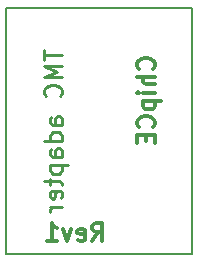
<source format=gbo>
G04 #@! TF.GenerationSoftware,KiCad,Pcbnew,5.0.2+dfsg1-1*
G04 #@! TF.CreationDate,2021-08-07T23:43:54+09:00*
G04 #@! TF.ProjectId,tmc-hv-adapter,746d632d-6876-42d6-9164-61707465722e,rev?*
G04 #@! TF.SameCoordinates,Original*
G04 #@! TF.FileFunction,Legend,Bot*
G04 #@! TF.FilePolarity,Positive*
%FSLAX46Y46*%
G04 Gerber Fmt 4.6, Leading zero omitted, Abs format (unit mm)*
G04 Created by KiCad (PCBNEW 5.0.2+dfsg1-1) date Sat 07 Aug 2021 11:43:54 PM JST*
%MOMM*%
%LPD*%
G01*
G04 APERTURE LIST*
%ADD10C,0.300000*%
%ADD11C,0.250000*%
%ADD12C,0.200000*%
G04 APERTURE END LIST*
D10*
X158015714Y-72251428D02*
X158087142Y-72180000D01*
X158158571Y-71965714D01*
X158158571Y-71822857D01*
X158087142Y-71608571D01*
X157944285Y-71465714D01*
X157801428Y-71394285D01*
X157515714Y-71322857D01*
X157301428Y-71322857D01*
X157015714Y-71394285D01*
X156872857Y-71465714D01*
X156730000Y-71608571D01*
X156658571Y-71822857D01*
X156658571Y-71965714D01*
X156730000Y-72180000D01*
X156801428Y-72251428D01*
X158158571Y-72894285D02*
X156658571Y-72894285D01*
X158158571Y-73537142D02*
X157372857Y-73537142D01*
X157230000Y-73465714D01*
X157158571Y-73322857D01*
X157158571Y-73108571D01*
X157230000Y-72965714D01*
X157301428Y-72894285D01*
X158158571Y-74251428D02*
X157158571Y-74251428D01*
X156658571Y-74251428D02*
X156730000Y-74180000D01*
X156801428Y-74251428D01*
X156730000Y-74322857D01*
X156658571Y-74251428D01*
X156801428Y-74251428D01*
X157158571Y-74965714D02*
X158658571Y-74965714D01*
X157230000Y-74965714D02*
X157158571Y-75108571D01*
X157158571Y-75394285D01*
X157230000Y-75537142D01*
X157301428Y-75608571D01*
X157444285Y-75680000D01*
X157872857Y-75680000D01*
X158015714Y-75608571D01*
X158087142Y-75537142D01*
X158158571Y-75394285D01*
X158158571Y-75108571D01*
X158087142Y-74965714D01*
X158015714Y-77180000D02*
X158087142Y-77108571D01*
X158158571Y-76894285D01*
X158158571Y-76751428D01*
X158087142Y-76537142D01*
X157944285Y-76394285D01*
X157801428Y-76322857D01*
X157515714Y-76251428D01*
X157301428Y-76251428D01*
X157015714Y-76322857D01*
X156872857Y-76394285D01*
X156730000Y-76537142D01*
X156658571Y-76751428D01*
X156658571Y-76894285D01*
X156730000Y-77108571D01*
X156801428Y-77180000D01*
X157372857Y-77822857D02*
X157372857Y-78322857D01*
X158158571Y-78537142D02*
X158158571Y-77822857D01*
X156658571Y-77822857D01*
X156658571Y-78537142D01*
X152848285Y-86784571D02*
X153348285Y-86070285D01*
X153705428Y-86784571D02*
X153705428Y-85284571D01*
X153134000Y-85284571D01*
X152991142Y-85356000D01*
X152919714Y-85427428D01*
X152848285Y-85570285D01*
X152848285Y-85784571D01*
X152919714Y-85927428D01*
X152991142Y-85998857D01*
X153134000Y-86070285D01*
X153705428Y-86070285D01*
X151634000Y-86713142D02*
X151776857Y-86784571D01*
X152062571Y-86784571D01*
X152205428Y-86713142D01*
X152276857Y-86570285D01*
X152276857Y-85998857D01*
X152205428Y-85856000D01*
X152062571Y-85784571D01*
X151776857Y-85784571D01*
X151634000Y-85856000D01*
X151562571Y-85998857D01*
X151562571Y-86141714D01*
X152276857Y-86284571D01*
X151062571Y-85784571D02*
X150705428Y-86784571D01*
X150348285Y-85784571D01*
X148991142Y-86784571D02*
X149848285Y-86784571D01*
X149419714Y-86784571D02*
X149419714Y-85284571D01*
X149562571Y-85498857D01*
X149705428Y-85641714D01*
X149848285Y-85713142D01*
D11*
X148784571Y-70612857D02*
X148784571Y-71470000D01*
X150284571Y-71041428D02*
X148784571Y-71041428D01*
X150284571Y-71970000D02*
X148784571Y-71970000D01*
X149856000Y-72470000D01*
X148784571Y-72970000D01*
X150284571Y-72970000D01*
X150141714Y-74541428D02*
X150213142Y-74470000D01*
X150284571Y-74255714D01*
X150284571Y-74112857D01*
X150213142Y-73898571D01*
X150070285Y-73755714D01*
X149927428Y-73684285D01*
X149641714Y-73612857D01*
X149427428Y-73612857D01*
X149141714Y-73684285D01*
X148998857Y-73755714D01*
X148856000Y-73898571D01*
X148784571Y-74112857D01*
X148784571Y-74255714D01*
X148856000Y-74470000D01*
X148927428Y-74541428D01*
X150284571Y-76970000D02*
X149498857Y-76970000D01*
X149356000Y-76898571D01*
X149284571Y-76755714D01*
X149284571Y-76470000D01*
X149356000Y-76327142D01*
X150213142Y-76970000D02*
X150284571Y-76827142D01*
X150284571Y-76470000D01*
X150213142Y-76327142D01*
X150070285Y-76255714D01*
X149927428Y-76255714D01*
X149784571Y-76327142D01*
X149713142Y-76470000D01*
X149713142Y-76827142D01*
X149641714Y-76970000D01*
X150284571Y-78327142D02*
X148784571Y-78327142D01*
X150213142Y-78327142D02*
X150284571Y-78184285D01*
X150284571Y-77898571D01*
X150213142Y-77755714D01*
X150141714Y-77684285D01*
X149998857Y-77612857D01*
X149570285Y-77612857D01*
X149427428Y-77684285D01*
X149356000Y-77755714D01*
X149284571Y-77898571D01*
X149284571Y-78184285D01*
X149356000Y-78327142D01*
X150284571Y-79684285D02*
X149498857Y-79684285D01*
X149356000Y-79612857D01*
X149284571Y-79470000D01*
X149284571Y-79184285D01*
X149356000Y-79041428D01*
X150213142Y-79684285D02*
X150284571Y-79541428D01*
X150284571Y-79184285D01*
X150213142Y-79041428D01*
X150070285Y-78970000D01*
X149927428Y-78970000D01*
X149784571Y-79041428D01*
X149713142Y-79184285D01*
X149713142Y-79541428D01*
X149641714Y-79684285D01*
X149284571Y-80398571D02*
X150784571Y-80398571D01*
X149356000Y-80398571D02*
X149284571Y-80541428D01*
X149284571Y-80827142D01*
X149356000Y-80970000D01*
X149427428Y-81041428D01*
X149570285Y-81112857D01*
X149998857Y-81112857D01*
X150141714Y-81041428D01*
X150213142Y-80970000D01*
X150284571Y-80827142D01*
X150284571Y-80541428D01*
X150213142Y-80398571D01*
X149284571Y-81541428D02*
X149284571Y-82112857D01*
X148784571Y-81755714D02*
X150070285Y-81755714D01*
X150213142Y-81827142D01*
X150284571Y-81970000D01*
X150284571Y-82112857D01*
X150213142Y-83184285D02*
X150284571Y-83041428D01*
X150284571Y-82755714D01*
X150213142Y-82612857D01*
X150070285Y-82541428D01*
X149498857Y-82541428D01*
X149356000Y-82612857D01*
X149284571Y-82755714D01*
X149284571Y-83041428D01*
X149356000Y-83184285D01*
X149498857Y-83255714D01*
X149641714Y-83255714D01*
X149784571Y-82541428D01*
X150284571Y-83898571D02*
X149284571Y-83898571D01*
X149570285Y-83898571D02*
X149427428Y-83970000D01*
X149356000Y-84041428D01*
X149284571Y-84184285D01*
X149284571Y-84327142D01*
D12*
X161290000Y-67056000D02*
X145542000Y-67056000D01*
X161290000Y-87884000D02*
X161290000Y-67056000D01*
X145542000Y-87884000D02*
X161290000Y-87884000D01*
X145542000Y-67056000D02*
X145542000Y-87884000D01*
M02*

</source>
